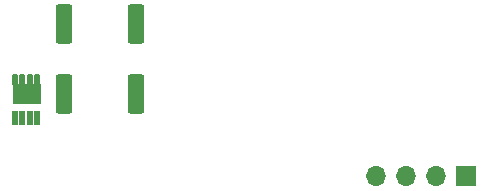
<source format=gbr>
%TF.GenerationSoftware,KiCad,Pcbnew,(5.99.0-12980-gcf6acae791)*%
%TF.CreationDate,2022-01-10T14:37:02+01:00*%
%TF.ProjectId,GRIPPER_TWO_ADVANCED_CONTROL_BOARD,47524950-5045-4525-9f54-574f5f414456,rev?*%
%TF.SameCoordinates,Original*%
%TF.FileFunction,Soldermask,Bot*%
%TF.FilePolarity,Negative*%
%FSLAX46Y46*%
G04 Gerber Fmt 4.6, Leading zero omitted, Abs format (unit mm)*
G04 Created by KiCad (PCBNEW (5.99.0-12980-gcf6acae791)) date 2022-01-10 14:37:02*
%MOMM*%
%LPD*%
G01*
G04 APERTURE LIST*
G04 Aperture macros list*
%AMRoundRect*
0 Rectangle with rounded corners*
0 $1 Rounding radius*
0 $2 $3 $4 $5 $6 $7 $8 $9 X,Y pos of 4 corners*
0 Add a 4 corners polygon primitive as box body*
4,1,4,$2,$3,$4,$5,$6,$7,$8,$9,$2,$3,0*
0 Add four circle primitives for the rounded corners*
1,1,$1+$1,$2,$3*
1,1,$1+$1,$4,$5*
1,1,$1+$1,$6,$7*
1,1,$1+$1,$8,$9*
0 Add four rect primitives between the rounded corners*
20,1,$1+$1,$2,$3,$4,$5,0*
20,1,$1+$1,$4,$5,$6,$7,0*
20,1,$1+$1,$6,$7,$8,$9,0*
20,1,$1+$1,$8,$9,$2,$3,0*%
G04 Aperture macros list end*
%ADD10RoundRect,0.101600X0.175000X-0.500000X0.175000X0.500000X-0.175000X0.500000X-0.175000X-0.500000X0*%
%ADD11RoundRect,0.101600X0.175000X-0.400000X0.175000X0.400000X-0.175000X0.400000X-0.175000X-0.400000X0*%
%ADD12R,2.468750X1.700000*%
%ADD13RoundRect,0.249999X0.450001X1.425001X-0.450001X1.425001X-0.450001X-1.425001X0.450001X-1.425001X0*%
%ADD14R,1.700000X1.700000*%
%ADD15O,1.700000X1.700000*%
G04 APERTURE END LIST*
D10*
%TO.C,Q3*%
X153100000Y-116350000D03*
X152475000Y-116350000D03*
X151825000Y-116350000D03*
X151200000Y-116350000D03*
D11*
X151200000Y-113100000D03*
X151825000Y-113100000D03*
X152475000Y-113100000D03*
X153100000Y-113100000D03*
D12*
X152200000Y-114300000D03*
%TD*%
D13*
%TO.C,R12*%
X161450000Y-108400000D03*
X155350000Y-108400000D03*
%TD*%
%TO.C,R15*%
X161450000Y-114300000D03*
X155350000Y-114300000D03*
%TD*%
D14*
%TO.C,J1*%
X189400000Y-121300000D03*
D15*
X186860000Y-121300000D03*
X184320000Y-121300000D03*
X181780000Y-121300000D03*
%TD*%
M02*

</source>
